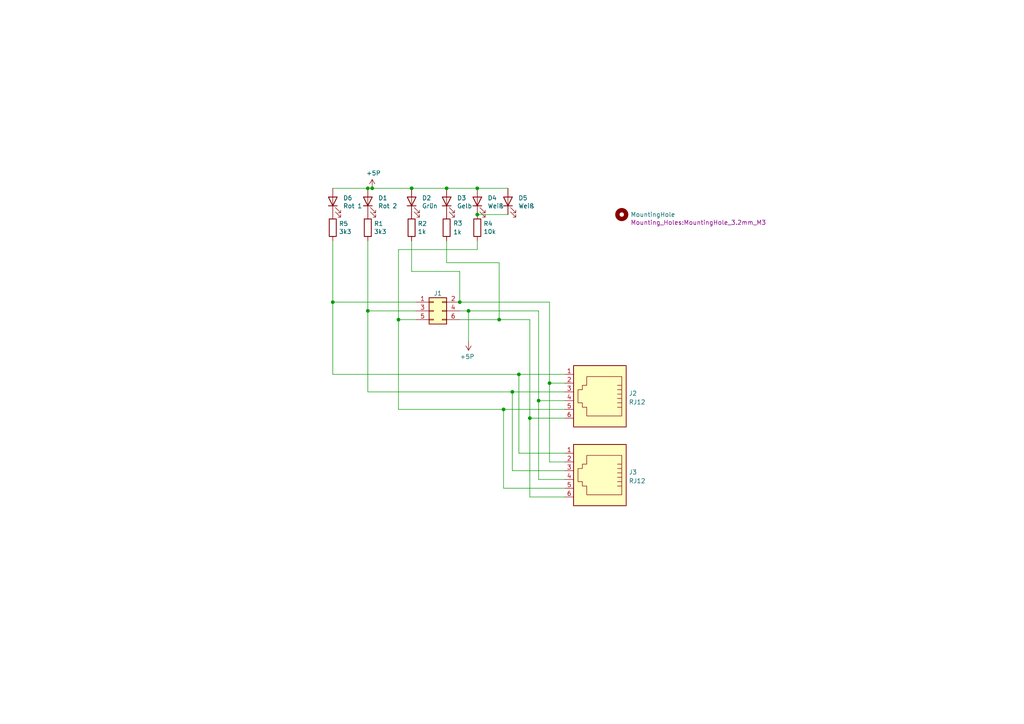
<source format=kicad_sch>
(kicad_sch (version 20211123) (generator eeschema)
  (paper "A4")
  (lib_symbols
    (symbol "Connector:RJ12" (pin_names (offset 1.016))
      (property "Reference" "J" (at -5.08 11.43 0))
      (property "Value" "RJ12" (at 2.54 11.43 0))
      (symbol "RJ12_0_1"
        (polyline (pts (xy -6.35 -1.905) (xy -5.08 -1.905) (xy -5.08 -1.905)))
        (polyline (pts (xy -6.35 -0.635) (xy -5.08 -0.635) (xy -5.08 -0.635)))
        (polyline (pts (xy -6.35 0.635) (xy -5.08 0.635) (xy -5.08 0.635)))
        (polyline (pts (xy -6.35 1.905) (xy -5.08 1.905) (xy -5.08 1.905)))
        (polyline (pts (xy -6.35 3.175) (xy -5.08 3.175) (xy -5.08 3.175)))
        (polyline (pts (xy -5.08 4.445) (xy -6.35 4.445) (xy -6.35 4.445)))
        (polyline (pts (xy -6.35 -4.445) (xy -6.35 6.985) (xy 3.81 6.985) (xy 3.81 4.445) (xy 5.08 4.445) (xy 5.08 3.175) (xy 6.35 3.175) (xy 6.35 -0.635) (xy 5.08 -0.635) (xy 5.08 -1.905) (xy 3.81 -1.905) (xy 3.81 -4.445) (xy -6.35 -4.445) (xy -6.35 -4.445)))
        (rectangle (start 7.62 10.16) (end -7.62 -7.62) (stroke (width 0.254)) (fill (type background)))
      )
      (symbol "RJ12_1_1"
        (pin passive line (at 10.16 -5.08 180) (length 2.54) (name "~") (number "1"))
        (pin passive line (at 10.16 -2.54 180) (length 2.54) (name "~") (number "2"))
        (pin passive line (at 10.16 0 180) (length 2.54) (name "~") (number "3"))
        (pin passive line (at 10.16 2.54 180) (length 2.54) (name "~") (number "4"))
        (pin passive line (at 10.16 5.08 180) (length 2.54) (name "~") (number "5"))
        (pin passive line (at 10.16 7.62 180) (length 2.54) (name "~") (number "6"))
      )
    )
    (symbol "Connector_Generic:Conn_02x03_Odd_Even" (pin_names (offset 1.016) hide)
      (property "Reference" "J" (at 1.27 5.08 0))
      (property "Value" "Conn_02x03_Odd_Even" (at 1.27 -5.08 0))
      (symbol "Conn_02x03_Odd_Even_1_1"
        (rectangle (start -1.27 -2.413) (end 0 -2.667) (stroke (width 0.1524)))
        (rectangle (start -1.27 0.127) (end 0 -0.127) (stroke (width 0.1524)))
        (rectangle (start -1.27 2.667) (end 0 2.413) (stroke (width 0.1524)))
        (rectangle (start -1.27 3.81) (end 3.81 -3.81) (stroke (width 0.254)) (fill (type background)))
        (rectangle (start 3.81 -2.413) (end 2.54 -2.667) (stroke (width 0.1524)))
        (rectangle (start 3.81 0.127) (end 2.54 -0.127) (stroke (width 0.1524)))
        (rectangle (start 3.81 2.667) (end 2.54 2.413) (stroke (width 0.1524)))
        (pin passive line (at -5.08 2.54 0) (length 3.81) (name "Pin_1") (number "1"))
        (pin passive line (at 7.62 2.54 180) (length 3.81) (name "Pin_2") (number "2"))
        (pin passive line (at -5.08 0 0) (length 3.81) (name "Pin_3") (number "3"))
        (pin passive line (at 7.62 0 180) (length 3.81) (name "Pin_4") (number "4"))
        (pin passive line (at -5.08 -2.54 0) (length 3.81) (name "Pin_5") (number "5"))
        (pin passive line (at 7.62 -2.54 180) (length 3.81) (name "Pin_6") (number "6"))
      )
    )
    (symbol "Device:LED" (pin_numbers hide) (pin_names (offset 1.016) hide)
      (property "Reference" "D" (at 0 2.54 0))
      (property "Value" "LED" (at 0 -2.54 0))
      (symbol "LED_0_1"
        (polyline (pts (xy -1.27 -1.27) (xy -1.27 1.27)) (stroke (width 0.254)))
        (polyline (pts (xy -1.27 0) (xy 1.27 0)))
        (polyline (pts (xy 1.27 -1.27) (xy 1.27 1.27) (xy -1.27 0) (xy 1.27 -1.27)) (stroke (width 0.254)))
        (polyline (pts (xy -3.048 -0.762) (xy -4.572 -2.286) (xy -3.81 -2.286) (xy -4.572 -2.286) (xy -4.572 -1.524)))
        (polyline (pts (xy -1.778 -0.762) (xy -3.302 -2.286) (xy -2.54 -2.286) (xy -3.302 -2.286) (xy -3.302 -1.524)))
      )
      (symbol "LED_1_1"
        (pin passive line (at -3.81 0 0) (length 2.54) (name "K") (number "1"))
        (pin passive line (at 3.81 0 180) (length 2.54) (name "A") (number "2"))
      )
    )
    (symbol "Device:R" (pin_numbers hide) (pin_names (offset 0))
      (property "Reference" "R" (at 2.032 0 90))
      (property "Value" "R" (at 0 0 90))
      (symbol "R_0_1"
        (rectangle (start -1.016 -2.54) (end 1.016 2.54) (stroke (width 0.254)))
      )
      (symbol "R_1_1"
        (pin passive line (at 0 3.81 270) (length 1.27) (name "~") (number "1"))
        (pin passive line (at 0 -3.81 90) (length 1.27) (name "~") (number "2"))
      )
    )
    (symbol "Mechanical:MountingHole" (pin_names (offset 1.016))
      (property "Reference" "H" (at 0 5.08 0))
      (property "Value" "MountingHole" (at 0 3.175 0))
      (symbol "MountingHole_0_1"
        (circle (center 0 0) (radius 1.27) (stroke (width 1.27)))
      )
    )
    (symbol "power:+5P" (power) (pin_names (offset 0))
      (property "Value" "+5P" (at 0 3.556 0))
      (symbol "+5P_0_1"
        (polyline (pts (xy -0.762 1.27) (xy 0 2.54)))
        (polyline (pts (xy 0 0) (xy 0 2.54)))
        (polyline (pts (xy 0 2.54) (xy 0.762 1.27)))
      )
      (symbol "+5P_1_1"
        (pin power_in line (at 0 0 90) (length 0) hide (name "+5P") (number "1"))
      )
    )
  )
  (junction (at 96.52 87.63))
  (junction (at 106.68 90.17))
  (junction (at 156.21 116.205))
  (junction (at 106.68 54.61))
  (junction (at 144.78 92.71))
  (junction (at 119.38 54.61))
  (junction (at 138.43 62.23))
  (junction (at 153.67 121.285))
  (junction (at 129.54 54.61))
  (junction (at 133.35 87.63))
  (junction (at 115.57 92.71))
  (junction (at 138.43 54.61))
  (junction (at 146.05 118.745))
  (junction (at 107.95 54.61))
  (junction (at 150.495 108.585))
  (junction (at 148.59 113.665))
  (junction (at 159.385 111.125))
  (junction (at 135.89 90.17))
  (wire (pts (xy 106.68 90.17) (xy 120.65 90.17)))
  (wire (pts (xy 153.67 121.285) (xy 153.67 144.145)))
  (wire (pts (xy 156.21 139.065) (xy 163.83 139.065)))
  (wire (pts (xy 159.385 111.125) (xy 163.83 111.125)))
  (wire (pts (xy 144.78 92.71) (xy 153.67 92.71)))
  (wire (pts (xy 96.52 108.585) (xy 150.495 108.585)))
  (wire (pts (xy 153.67 121.285) (xy 163.83 121.285)))
  (wire (pts (xy 96.52 87.63) (xy 96.52 108.585)))
  (wire (pts (xy 147.32 54.61) (xy 138.43 54.61)))
  (wire (pts (xy 119.38 78.74) (xy 133.35 78.74)))
  (wire (pts (xy 115.57 72.39) (xy 138.43 72.39)))
  (wire (pts (xy 156.21 116.205) (xy 163.83 116.205)))
  (wire (pts (xy 156.21 116.205) (xy 156.21 139.065)))
  (wire (pts (xy 153.67 144.145) (xy 163.83 144.145)))
  (wire (pts (xy 106.68 90.17) (xy 106.68 113.665)))
  (wire (pts (xy 115.57 72.39) (xy 115.57 92.71)))
  (wire (pts (xy 146.05 118.745) (xy 146.05 141.605)))
  (wire (pts (xy 146.05 118.745) (xy 163.83 118.745)))
  (wire (pts (xy 150.495 108.585) (xy 163.83 108.585)))
  (wire (pts (xy 150.495 131.445) (xy 163.83 131.445)))
  (wire (pts (xy 144.78 92.71) (xy 133.35 92.71)))
  (wire (pts (xy 159.385 133.985) (xy 163.83 133.985)))
  (wire (pts (xy 159.385 87.63) (xy 159.385 111.125)))
  (wire (pts (xy 96.52 87.63) (xy 120.65 87.63)))
  (wire (pts (xy 107.95 54.61) (xy 119.38 54.61)))
  (wire (pts (xy 150.495 108.585) (xy 150.495 131.445)))
  (wire (pts (xy 115.57 92.71) (xy 115.57 118.745)))
  (wire (pts (xy 135.89 90.17) (xy 135.89 99.06)))
  (wire (pts (xy 133.35 90.17) (xy 135.89 90.17)))
  (wire (pts (xy 106.68 113.665) (xy 148.59 113.665)))
  (wire (pts (xy 156.21 90.17) (xy 156.21 116.205)))
  (wire (pts (xy 148.59 113.665) (xy 163.83 113.665)))
  (wire (pts (xy 107.95 54.61) (xy 106.68 54.61)))
  (wire (pts (xy 133.35 87.63) (xy 159.385 87.63)))
  (wire (pts (xy 96.52 54.61) (xy 106.68 54.61)))
  (wire (pts (xy 133.35 78.74) (xy 133.35 87.63)))
  (wire (pts (xy 129.54 69.85) (xy 129.54 76.2)))
  (wire (pts (xy 115.57 118.745) (xy 146.05 118.745)))
  (wire (pts (xy 138.43 62.23) (xy 147.32 62.23)))
  (wire (pts (xy 153.67 92.71) (xy 153.67 121.285)))
  (wire (pts (xy 115.57 92.71) (xy 120.65 92.71)))
  (wire (pts (xy 129.54 76.2) (xy 144.78 76.2)))
  (wire (pts (xy 144.78 76.2) (xy 144.78 92.71)))
  (wire (pts (xy 106.68 90.17) (xy 106.68 69.85)))
  (wire (pts (xy 119.38 78.74) (xy 119.38 69.85)))
  (wire (pts (xy 119.38 54.61) (xy 129.54 54.61)))
  (wire (pts (xy 146.05 141.605) (xy 163.83 141.605)))
  (wire (pts (xy 138.43 72.39) (xy 138.43 69.85)))
  (wire (pts (xy 135.89 90.17) (xy 156.21 90.17)))
  (wire (pts (xy 148.59 113.665) (xy 148.59 136.525)))
  (wire (pts (xy 148.59 136.525) (xy 163.83 136.525)))
  (wire (pts (xy 96.52 69.85) (xy 96.52 87.63)))
  (wire (pts (xy 129.54 54.61) (xy 138.43 54.61)))
  (wire (pts (xy 159.385 111.125) (xy 159.385 133.985)))
  (symbol (lib_id "power:+5P") (at 107.95 54.61 0) (unit 1)
    (property "Reference" "#PWR0101" (effects hide))
    (property "Value" "+5P" (at 108.331 50.2158 0))
  )
  (symbol (lib_id "Device:LED") (at 106.68 58.42 90) (unit 1)
    (property "Reference" "D1" (at 109.6772 57.4294 90) (effects (justify right)))
    (property "Value" "Rot 2" (at 109.6772 59.7408 90) (effects (justify right)))
    (property "Footprint" "LEDs:LED_D3.0mm" (effects hide))
  )
  (symbol (lib_id "Device:R") (at 106.68 66.04 0) (unit 1)
    (property "Reference" "R1" (at 108.458 64.8716 0) (effects (justify left)))
    (property "Value" "3k3" (at 108.458 67.183 0) (effects (justify left)))
    (property "Footprint" "Resistors_THT:R_Axial_DIN0204_L3.6mm_D1.6mm_P7.62mm_Horizontal" (effects hide))
  )
  (symbol (lib_id "Device:LED") (at 119.38 58.42 90) (unit 1)
    (property "Reference" "D2" (at 122.3772 57.4294 90) (effects (justify right)))
    (property "Value" "Grün" (at 122.3772 59.7408 90) (effects (justify right)))
    (property "Footprint" "LEDs:LED_D3.0mm" (effects hide))
  )
  (symbol (lib_id "Device:R") (at 119.38 66.04 0) (unit 1)
    (property "Reference" "R2" (at 121.158 64.8716 0) (effects (justify left)))
    (property "Value" "1k" (at 121.158 67.183 0) (effects (justify left)))
    (property "Footprint" "Resistors_THT:R_Axial_DIN0204_L3.6mm_D1.6mm_P7.62mm_Horizontal" (effects hide))
  )
  (symbol (lib_id "Device:LED") (at 129.54 58.42 90) (unit 1)
    (property "Reference" "D3" (at 132.5372 57.4294 90) (effects (justify right)))
    (property "Value" "Gelb" (at 132.5372 59.7408 90) (effects (justify right)))
    (property "Footprint" "LEDs:LED_D3.0mm" (effects hide))
  )
  (symbol (lib_id "Device:R") (at 129.54 66.04 0) (unit 1)
    (property "Reference" "1k" (at 131.445 67.31 0) (effects (justify left)))
    (property "Value" "R3" (at 131.445 64.77 0) (effects (justify left)))
    (property "Footprint" "Resistors_THT:R_Axial_DIN0204_L3.6mm_D1.6mm_P7.62mm_Horizontal" (effects hide))
  )
  (symbol (lib_id "Device:LED") (at 138.43 58.42 90) (unit 1)
    (property "Reference" "D4" (at 141.4272 57.4294 90) (effects (justify right)))
    (property "Value" "Weiß" (at 141.4272 59.7408 90) (effects (justify right)))
    (property "Footprint" "LEDs:LED_D3.0mm" (effects hide))
  )
  (symbol (lib_id "Device:R") (at 138.43 66.04 0) (unit 1)
    (property "Reference" "R4" (at 140.208 64.8716 0) (effects (justify left)))
    (property "Value" "10k" (at 140.208 67.183 0) (effects (justify left)))
    (property "Footprint" "Resistors_THT:R_Axial_DIN0204_L3.6mm_D1.6mm_P7.62mm_Horizontal" (effects hide))
  )
  (symbol (lib_id "Device:LED") (at 147.32 58.42 90) (unit 1)
    (property "Reference" "D5" (at 150.3172 57.4294 90) (effects (justify right)))
    (property "Value" "Weiß" (at 150.3172 59.7408 90) (effects (justify right)))
    (property "Footprint" "LEDs:LED_D3.0mm" (effects hide))
  )
  (symbol (lib_id "Connector_Generic:Conn_02x03_Odd_Even") (at 125.73 90.17 0) (unit 1) (in_bom no) (on_board no)
    (property "Reference" "J1" (at 127 85.09 0))
    (property "Value" "Conn_02x03_Odd_Even" (effects hide))
    (property "Footprint" "Connectors_IDC:IDC-Header_2x03_P2.54mm_Horizontal" (effects hide))
  )
  (symbol (lib_id "Device:LED") (at 96.52 58.42 90) (unit 1)
    (property "Reference" "D6" (at 99.5172 57.4294 90) (effects (justify right)))
    (property "Value" "Rot 1" (at 99.5172 59.7408 90) (effects (justify right)))
    (property "Footprint" "LEDs:LED_D3.0mm" (effects hide))
  )
  (symbol (lib_id "Device:R") (at 96.52 66.04 0) (unit 1)
    (property "Reference" "R5" (at 98.298 64.8716 0) (effects (justify left)))
    (property "Value" "3k3" (at 98.298 67.183 0) (effects (justify left)))
    (property "Footprint" "Resistors_THT:R_Axial_DIN0204_L3.6mm_D1.6mm_P7.62mm_Horizontal" (effects hide))
  )
  (symbol (lib_id "power:+5P") (at 135.89 99.06 180) (unit 1)
    (property "Reference" "#PWR0102" (effects hide))
    (property "Value" "+5P" (at 135.509 103.4542 0))
  )
  (symbol (lib_id "Mechanical:MountingHole") (at 180.34 62.23 0) (unit 1)
    (property "Reference" "H1" (effects hide))
    (property "Value" "MountingHole" (at 182.88 62.23 0) (effects (justify left)))
    (property "Footprint" "Mounting_Holes:MountingHole_3.2mm_M3" (at 182.88 64.5414 0) (effects (justify left)))
  )
  (symbol (lib_id "Connector:RJ12") (at 173.99 113.665 180) (unit 1)
    (property "Reference" "J2" (at 182.372 114.1003 0) (effects (justify right)))
    (property "Value" "RJ12" (at 182.372 116.6372 0) (effects (justify right)))
    (property "Footprint" "Wago:RJ12_ECON" (effects hide))
  )
  (symbol (lib_id "Connector:RJ12") (at 173.99 136.525 180) (unit 1)
    (property "Reference" "J3" (at 182.372 136.9603 0) (effects (justify right)))
    (property "Value" "RJ12" (at 182.372 139.4972 0) (effects (justify right)))
    (property "Footprint" "Wago:RJ12_ECON" (effects hide))
  )
)
</source>
